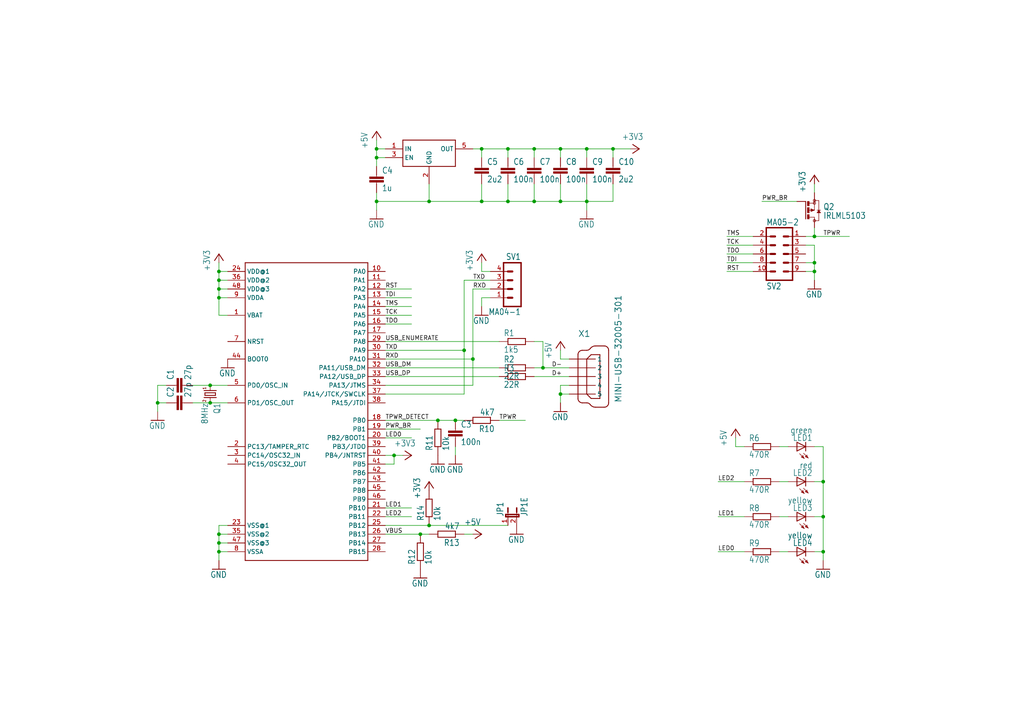
<source format=kicad_sch>
(kicad_sch (version 20211123) (generator eeschema)
  (paper "A4")
  (lib_symbols
    (symbol "bmp_entropia-eagle-import:+3V3" (power)
      (property "Value" "+3V3" (at -2.54 -5.08 90))
      (symbol "+3V3_1_0"
        (polyline (pts (xy 0 0) (xy -1.27 -1.905)) (stroke (width 0.254)))
        (polyline (pts (xy 1.27 -1.905) (xy 0 0)) (stroke (width 0.254)))
        (pin power_in line (at 0 -2.54 90) (length 2.54) (name "+3V3") (number "1"))
      )
    )
    (symbol "bmp_entropia-eagle-import:+5V" (power)
      (property "Value" "+5V" (at -2.54 -5.08 90))
      (symbol "+5V_1_0"
        (polyline (pts (xy 0 0) (xy -1.27 -1.905)) (stroke (width 0.254)))
        (polyline (pts (xy 1.27 -1.905) (xy 0 0)) (stroke (width 0.254)))
        (pin power_in line (at 0 -2.54 90) (length 2.54) (name "+5V") (number "1"))
      )
    )
    (symbol "bmp_entropia-eagle-import:BSS84"
      (property "Reference" "Q" (at 2.54 0 0))
      (property "Value" "BSS84" (at 2.54 -2.54 0))
      (symbol "BSS84_1_0"
        (rectangle (start -2.032 -2.54) (end -1.524 -1.27) (fill (type outline)))
        (rectangle (start -2.032 -0.762) (end -1.524 0.762) (fill (type outline)))
        (rectangle (start -2.032 1.27) (end -1.524 2.54) (fill (type outline)))
        (circle (center 0 -3.048) (radius 0.3592))
        (polyline (pts (xy -2.54 2.54) (xy -2.54 -2.54)) (stroke (width 0.254)))
        (polyline (pts (xy -1.524 -2.032) (xy 0 -2.032)) (stroke (width 0.1524)))
        (polyline (pts (xy -1.524 0) (xy -0.508 0)) (stroke (width 0.1524)))
        (polyline (pts (xy -1.524 2.032) (xy 0 2.032)) (stroke (width 0.1524)))
        (polyline (pts (xy -1.016 -0.381) (xy 0 0)) (stroke (width 0.1524)))
        (polyline (pts (xy -1.016 0.381) (xy -1.016 -0.381)) (stroke (width 0.1524)))
        (polyline (pts (xy -0.889 -0.127) (xy -0.889 0.127)) (stroke (width 0.254)))
        (polyline (pts (xy -0.889 0.127) (xy -0.508 0)) (stroke (width 0.254)))
        (polyline (pts (xy -0.508 0) (xy -0.381 0)) (stroke (width 0.1524)))
        (polyline (pts (xy -0.381 0) (xy -0.889 -0.127)) (stroke (width 0.254)))
        (polyline (pts (xy -0.381 0) (xy 0 0)) (stroke (width 0.1524)))
        (polyline (pts (xy 0 -3.048) (xy 1.27 -3.048)) (stroke (width 0.1524)))
        (polyline (pts (xy 0 -2.032) (xy 0 -2.54)) (stroke (width 0.1524)))
        (polyline (pts (xy 0 0) (xy -1.016 0.381)) (stroke (width 0.1524)))
        (polyline (pts (xy 0 0) (xy 0 2.032)) (stroke (width 0.1524)))
        (polyline (pts (xy 0 2.032) (xy 0 2.794)) (stroke (width 0.1524)))
        (polyline (pts (xy 0.762 -0.762) (xy 1.778 -0.762)) (stroke (width 0.1524)))
        (polyline (pts (xy 0.762 0) (xy 1.778 0)) (stroke (width 0.1524)))
        (polyline (pts (xy 1.016 -0.635) (xy 1.524 -0.635)) (stroke (width 0.254)))
        (polyline (pts (xy 1.27 -3.048) (xy 1.27 -0.254)) (stroke (width 0.1524)))
        (polyline (pts (xy 1.27 -0.254) (xy 1.016 -0.635)) (stroke (width 0.254)))
        (polyline (pts (xy 1.27 -0.254) (xy 1.27 0)) (stroke (width 0.1524)))
        (polyline (pts (xy 1.27 0) (xy 0.762 -0.762)) (stroke (width 0.1524)))
        (polyline (pts (xy 1.27 0) (xy 1.27 2.794)) (stroke (width 0.1524)))
        (polyline (pts (xy 1.27 2.794) (xy 0 2.794)) (stroke (width 0.1524)))
        (polyline (pts (xy 1.524 -0.635) (xy 1.27 -0.254)) (stroke (width 0.254)))
        (polyline (pts (xy 1.778 -0.762) (xy 1.27 0)) (stroke (width 0.1524)))
        (circle (center 0 2.032) (radius 0.3592))
        (circle (center 0 2.794) (radius 0.3592))
        (pin passive line (at -5.08 2.54 0) (length 2.54) (name "G") (number "1"))
        (pin passive line (at 0 5.08 270) (length 2.54) (name "S") (number "2"))
        (pin passive line (at 0 -5.08 90) (length 2.54) (name "D") (number "3"))
      )
    )
    (symbol "bmp_entropia-eagle-import:C-EUC0603"
      (property "Reference" "C" (at 1.524 0.381 0))
      (property "Value" "C-EUC0603" (at 1.524 -4.699 0))
      (symbol "C-EUC0603_1_0"
        (rectangle (start -2.032 -2.032) (end 2.032 -1.524) (fill (type outline)))
        (rectangle (start -2.032 -1.016) (end 2.032 -0.508) (fill (type outline)))
        (polyline (pts (xy 0 -2.54) (xy 0 -2.032)) (stroke (width 0.1524)))
        (polyline (pts (xy 0 0) (xy 0 -0.508)) (stroke (width 0.1524)))
        (pin passive line (at 0 2.54 270) (length 2.54) (name "1") (number "1"))
        (pin passive line (at 0 -5.08 90) (length 2.54) (name "2") (number "2"))
      )
    )
    (symbol "bmp_entropia-eagle-import:CRYSTALHC49S"
      (property "Reference" "Q" (at 2.54 1.016 0))
      (property "Value" "CRYSTALHC49S" (at 2.54 -2.54 0))
      (symbol "CRYSTALHC49S_1_0"
        (polyline (pts (xy -2.54 0) (xy -1.016 0)) (stroke (width 0.1524)))
        (polyline (pts (xy -1.016 1.778) (xy -1.016 -1.778)) (stroke (width 0.254)))
        (polyline (pts (xy -0.381 -1.524) (xy 0.381 -1.524)) (stroke (width 0.254)))
        (polyline (pts (xy -0.381 1.524) (xy -0.381 -1.524)) (stroke (width 0.254)))
        (polyline (pts (xy 0.381 -1.524) (xy 0.381 1.524)) (stroke (width 0.254)))
        (polyline (pts (xy 0.381 1.524) (xy -0.381 1.524)) (stroke (width 0.254)))
        (polyline (pts (xy 1.016 0) (xy 2.54 0)) (stroke (width 0.1524)))
        (polyline (pts (xy 1.016 1.778) (xy 1.016 -1.778)) (stroke (width 0.254)))
        (text "1" (at -2.159 -1.143 0) (effects (font (size 0.8636 0.734)) (justify left bottom)))
        (text "2" (at 1.524 -1.143 0) (effects (font (size 0.8636 0.734)) (justify left bottom)))
        (pin passive line (at -2.54 0 0) (length 0) (name "1") (number "1"))
        (pin passive line (at 2.54 0 180) (length 0) (name "2") (number "2"))
      )
    )
    (symbol "bmp_entropia-eagle-import:GND" (power)
      (property "Value" "GND" (at -2.54 -2.54 0))
      (symbol "GND_1_0"
        (polyline (pts (xy -1.905 0) (xy 1.905 0)) (stroke (width 0.254)))
        (pin power_in line (at 0 2.54 270) (length 2.54) (name "GND") (number "1"))
      )
    )
    (symbol "bmp_entropia-eagle-import:JP1E"
      (property "Reference" "JP" (at -1.27 0 90))
      (property "Value" "JP1E" (at 5.715 0 90))
      (symbol "JP1E_1_0"
        (polyline (pts (xy -0.635 0) (xy 3.175 0)) (stroke (width 0.4064)))
        (polyline (pts (xy -0.635 0.635) (xy -0.635 0)) (stroke (width 0.4064)))
        (polyline (pts (xy 0 0) (xy 0 1.27)) (stroke (width 0.1524)))
        (polyline (pts (xy 0 2.54) (xy 0 1.27)) (stroke (width 0.4064)))
        (polyline (pts (xy 2.54 0) (xy 2.54 1.27)) (stroke (width 0.1524)))
        (polyline (pts (xy 2.54 2.54) (xy 2.54 1.27)) (stroke (width 0.4064)))
        (polyline (pts (xy 3.175 0) (xy 3.175 0.635)) (stroke (width 0.4064)))
        (polyline (pts (xy 3.175 0.635) (xy -0.635 0.635)) (stroke (width 0.4064)))
        (pin passive line (at 0 -2.54 90) (length 2.54) (name "1") (number "1"))
        (pin passive line (at 2.54 -2.54 90) (length 2.54) (name "2") (number "2"))
      )
    )
    (symbol "bmp_entropia-eagle-import:LEDCHIPLED_0603"
      (property "Reference" "LED" (at 3.556 -4.572 90))
      (property "Value" "LEDCHIPLED_0603" (at 5.715 -4.572 90))
      (symbol "LEDCHIPLED_0603_1_0"
        (polyline (pts (xy -2.032 -0.762) (xy -3.429 -2.159)) (stroke (width 0.1524)))
        (polyline (pts (xy -1.905 -1.905) (xy -3.302 -3.302)) (stroke (width 0.1524)))
        (polyline (pts (xy 0 -2.54) (xy -1.27 -2.54)) (stroke (width 0.254)))
        (polyline (pts (xy 0 -2.54) (xy -1.27 0)) (stroke (width 0.254)))
        (polyline (pts (xy 0 0) (xy -1.27 0)) (stroke (width 0.254)))
        (polyline (pts (xy 0 0) (xy 0 -2.54)) (stroke (width 0.1524)))
        (polyline (pts (xy 1.27 -2.54) (xy 0 -2.54)) (stroke (width 0.254)))
        (polyline (pts (xy 1.27 0) (xy 0 -2.54)) (stroke (width 0.254)))
        (polyline (pts (xy 1.27 0) (xy 0 0)) (stroke (width 0.254)))
        (polyline (pts (xy -3.429 -2.159) (xy -3.048 -1.27) (xy -2.54 -1.778)) (fill (type outline)))
        (polyline (pts (xy -3.302 -3.302) (xy -2.921 -2.413) (xy -2.413 -2.921)) (fill (type outline)))
        (pin passive line (at 0 2.54 270) (length 2.54) (name "A") (number "A"))
        (pin passive line (at 0 -5.08 90) (length 2.54) (name "C") (number "C"))
      )
    )
    (symbol "bmp_entropia-eagle-import:MA04-1"
      (property "Reference" "SV" (at -1.27 5.842 0))
      (property "Value" "MA04-1" (at -1.27 -10.16 0))
      (symbol "MA04-1_1_0"
        (polyline (pts (xy -1.27 5.08) (xy -1.27 -7.62)) (stroke (width 0.4064)))
        (polyline (pts (xy -1.27 5.08) (xy 3.81 5.08)) (stroke (width 0.4064)))
        (polyline (pts (xy 1.27 -5.08) (xy 2.54 -5.08)) (stroke (width 0.6096)))
        (polyline (pts (xy 1.27 -2.54) (xy 2.54 -2.54)) (stroke (width 0.6096)))
        (polyline (pts (xy 1.27 0) (xy 2.54 0)) (stroke (width 0.6096)))
        (polyline (pts (xy 1.27 2.54) (xy 2.54 2.54)) (stroke (width 0.6096)))
        (polyline (pts (xy 3.81 -7.62) (xy -1.27 -7.62)) (stroke (width 0.4064)))
        (polyline (pts (xy 3.81 -7.62) (xy 3.81 5.08)) (stroke (width 0.4064)))
        (pin passive line (at 7.62 -5.08 180) (length 5.08) (name "1") (number "1"))
        (pin passive line (at 7.62 -2.54 180) (length 5.08) (name "2") (number "2"))
        (pin passive line (at 7.62 0 180) (length 5.08) (name "3") (number "3"))
        (pin passive line (at 7.62 2.54 180) (length 5.08) (name "4") (number "4"))
      )
    )
    (symbol "bmp_entropia-eagle-import:MA05-2"
      (property "Reference" "SV" (at -3.81 8.382 0))
      (property "Value" "MA05-2" (at -3.81 -10.16 0))
      (symbol "MA05-2_1_0"
        (polyline (pts (xy -3.81 7.62) (xy -3.81 -7.62)) (stroke (width 0.4064)))
        (polyline (pts (xy -3.81 7.62) (xy 3.81 7.62)) (stroke (width 0.4064)))
        (polyline (pts (xy -2.54 -5.08) (xy -1.27 -5.08)) (stroke (width 0.6096)))
        (polyline (pts (xy -2.54 -2.54) (xy -1.27 -2.54)) (stroke (width 0.6096)))
        (polyline (pts (xy -2.54 0) (xy -1.27 0)) (stroke (width 0.6096)))
        (polyline (pts (xy -2.54 2.54) (xy -1.27 2.54)) (stroke (width 0.6096)))
        (polyline (pts (xy -2.54 5.08) (xy -1.27 5.08)) (stroke (width 0.6096)))
        (polyline (pts (xy 1.27 -5.08) (xy 2.54 -5.08)) (stroke (width 0.6096)))
        (polyline (pts (xy 1.27 -2.54) (xy 2.54 -2.54)) (stroke (width 0.6096)))
        (polyline (pts (xy 1.27 0) (xy 2.54 0)) (stroke (width 0.6096)))
        (polyline (pts (xy 1.27 2.54) (xy 2.54 2.54)) (stroke (width 0.6096)))
        (polyline (pts (xy 1.27 5.08) (xy 2.54 5.08)) (stroke (width 0.6096)))
        (polyline (pts (xy 3.81 -7.62) (xy -3.81 -7.62)) (stroke (width 0.4064)))
        (polyline (pts (xy 3.81 -7.62) (xy 3.81 7.62)) (stroke (width 0.4064)))
        (pin passive line (at 7.62 -5.08 180) (length 5.08) (name "1") (number "1"))
        (pin passive line (at -7.62 5.08 0) (length 5.08) (name "10") (number "10"))
        (pin passive line (at -7.62 -5.08 0) (length 5.08) (name "2") (number "2"))
        (pin passive line (at 7.62 -2.54 180) (length 5.08) (name "3") (number "3"))
        (pin passive line (at -7.62 -2.54 0) (length 5.08) (name "4") (number "4"))
        (pin passive line (at 7.62 0 180) (length 5.08) (name "5") (number "5"))
        (pin passive line (at -7.62 0 0) (length 5.08) (name "6") (number "6"))
        (pin passive line (at 7.62 2.54 180) (length 5.08) (name "7") (number "7"))
        (pin passive line (at -7.62 2.54 0) (length 5.08) (name "8") (number "8"))
        (pin passive line (at 7.62 5.08 180) (length 5.08) (name "9") (number "9"))
      )
    )
    (symbol "bmp_entropia-eagle-import:MINI-USB-32005-301"
      (property "Reference" "X" (at -2.54 11.43 0))
      (property "Value" "MINI-USB-32005-301" (at 10.16 -7.62 90))
      (symbol "MINI-USB-32005-301_1_0"
        (arc (start -2.54 -6.35) (mid -2.168 -7.248) (end -1.27 -7.62) (stroke (width 0.254)))
        (arc (start -1.27 7.62) (mid -2.168 7.248) (end -2.54 6.35) (stroke (width 0.254)))
        (polyline (pts (xy -2.54 6.35) (xy -2.54 -6.35)) (stroke (width 0.254)))
        (polyline (pts (xy -1.27 -7.62) (xy 0 -7.62)) (stroke (width 0.254)))
        (polyline (pts (xy -1.27 7.62) (xy 0 7.62)) (stroke (width 0.254)))
        (polyline (pts (xy 0 -5.08) (xy 1.27 -6.35)) (stroke (width 0.254)))
        (polyline (pts (xy 0 5.08) (xy 0 -5.08)) (stroke (width 0.254)))
        (polyline (pts (xy 1.27 -6.35) (xy 3.81 -6.35)) (stroke (width 0.254)))
        (polyline (pts (xy 1.27 6.35) (xy 0 5.08)) (stroke (width 0.254)))
        (polyline (pts (xy 2.54 -8.89) (xy 5.08 -8.89)) (stroke (width 0.254)))
        (polyline (pts (xy 2.54 8.89) (xy 5.08 8.89)) (stroke (width 0.254)))
        (polyline (pts (xy 3.81 -6.35) (xy 3.81 6.35)) (stroke (width 0.254)))
        (polyline (pts (xy 3.81 6.35) (xy 1.27 6.35)) (stroke (width 0.254)))
        (polyline (pts (xy 6.35 -7.62) (xy 6.35 7.62)) (stroke (width 0.254)))
        (arc (start 0 7.62) (mid 0.568 7.7541) (end 1.016 8.128) (stroke (width 0.254)))
        (arc (start 1.016 -8.128) (mid 0.568 -7.7541) (end 0 -7.62) (stroke (width 0.254)))
        (arc (start 1.016 -8.128) (mid 1.6881 -8.6889) (end 2.54 -8.89) (stroke (width 0.254)))
        (arc (start 2.54 8.89) (mid 1.6881 8.6889) (end 1.016 8.128) (stroke (width 0.254)))
        (arc (start 5.08 -8.89) (mid 5.978 -8.518) (end 6.35 -7.62) (stroke (width 0.254)))
        (arc (start 6.35 7.62) (mid 5.978 8.518) (end 5.08 8.89) (stroke (width 0.254)))
        (pin passive line (at -5.08 5.08 0) (length 7.62) (name "1") (number "1"))
        (pin passive line (at -5.08 2.54 0) (length 7.62) (name "2") (number "2"))
        (pin passive line (at -5.08 0 0) (length 7.62) (name "3") (number "3"))
        (pin passive line (at -5.08 -2.54 0) (length 7.62) (name "4") (number "4"))
        (pin passive line (at -5.08 -5.08 0) (length 7.62) (name "5") (number "5"))
      )
    )
    (symbol "bmp_entropia-eagle-import:R-EU_R0603"
      (property "Reference" "R" (at -3.81 1.4986 0))
      (property "Value" "R-EU_R0603" (at -3.81 -3.302 0))
      (symbol "R-EU_R0603_1_0"
        (polyline (pts (xy -2.54 -0.889) (xy -2.54 0.889)) (stroke (width 0.254)))
        (polyline (pts (xy -2.54 -0.889) (xy 2.54 -0.889)) (stroke (width 0.254)))
        (polyline (pts (xy 2.54 -0.889) (xy 2.54 0.889)) (stroke (width 0.254)))
        (polyline (pts (xy 2.54 0.889) (xy -2.54 0.889)) (stroke (width 0.254)))
        (pin passive line (at -5.08 0 0) (length 2.54) (name "1") (number "1"))
        (pin passive line (at 5.08 0 180) (length 2.54) (name "2") (number "2"))
      )
    )
    (symbol "bmp_entropia-eagle-import:STM32F_48PIN"
      (symbol "STM32F_48PIN_1_0"
        (polyline (pts (xy 0 0) (xy 35.56 0)) (stroke (width 0.254)))
        (polyline (pts (xy 0 86.36) (xy 0 0)) (stroke (width 0.254)))
        (polyline (pts (xy 35.56 0) (xy 35.56 86.36)) (stroke (width 0.254)))
        (polyline (pts (xy 35.56 86.36) (xy 0 86.36)) (stroke (width 0.254)))
        (pin bidirectional line (at -5.08 71.12 0) (length 5.08) (name "VBAT") (number "1"))
        (pin bidirectional line (at 40.64 83.82 180) (length 5.08) (name "PA0") (number "10"))
        (pin bidirectional line (at 40.64 81.28 180) (length 5.08) (name "PA1") (number "11"))
        (pin bidirectional line (at 40.64 78.74 180) (length 5.08) (name "PA2") (number "12"))
        (pin bidirectional line (at 40.64 76.2 180) (length 5.08) (name "PA3") (number "13"))
        (pin bidirectional line (at 40.64 73.66 180) (length 5.08) (name "PA4") (number "14"))
        (pin bidirectional line (at 40.64 71.12 180) (length 5.08) (name "PA5") (number "15"))
        (pin bidirectional line (at 40.64 68.58 180) (length 5.08) (name "PA6") (number "16"))
        (pin bidirectional line (at 40.64 66.04 180) (length 5.08) (name "PA7") (number "17"))
        (pin bidirectional line (at 40.64 40.64 180) (length 5.08) (name "PB0") (number "18"))
        (pin bidirectional line (at 40.64 38.1 180) (length 5.08) (name "PB1") (number "19"))
        (pin bidirectional line (at -5.08 33.02 0) (length 5.08) (name "PC13/TAMPER_RTC") (number "2"))
        (pin bidirectional line (at 40.64 35.56 180) (length 5.08) (name "PB2/BOOT1") (number "20"))
        (pin bidirectional line (at 40.64 15.24 180) (length 5.08) (name "PB10") (number "21"))
        (pin bidirectional line (at 40.64 12.7 180) (length 5.08) (name "PB11") (number "22"))
        (pin bidirectional line (at -5.08 10.16 0) (length 5.08) (name "VSS@1") (number "23"))
        (pin bidirectional line (at -5.08 83.82 0) (length 5.08) (name "VDD@1") (number "24"))
        (pin bidirectional line (at 40.64 10.16 180) (length 5.08) (name "PB12") (number "25"))
        (pin bidirectional line (at 40.64 7.62 180) (length 5.08) (name "PB13") (number "26"))
        (pin bidirectional line (at 40.64 5.08 180) (length 5.08) (name "PB14") (number "27"))
        (pin bidirectional line (at 40.64 2.54 180) (length 5.08) (name "PB15") (number "28"))
        (pin bidirectional line (at 40.64 63.5 180) (length 5.08) (name "PA8") (number "29"))
        (pin bidirectional line (at -5.08 30.48 0) (length 5.08) (name "PC14/OSC32_IN") (number "3"))
        (pin bidirectional line (at 40.64 60.96 180) (length 5.08) (name "PA9") (number "30"))
        (pin bidirectional line (at 40.64 58.42 180) (length 5.08) (name "PA10") (number "31"))
        (pin bidirectional line (at 40.64 55.88 180) (length 5.08) (name "PA11/USB_DM") (number "32"))
        (pin bidirectional line (at 40.64 53.34 180) (length 5.08) (name "PA12/USB_DP") (number "33"))
        (pin bidirectional line (at 40.64 50.8 180) (length 5.08) (name "PA13/JTMS") (number "34"))
        (pin bidirectional line (at -5.08 7.62 0) (length 5.08) (name "VSS@2") (number "35"))
        (pin bidirectional line (at -5.08 81.28 0) (length 5.08) (name "VDD@2") (number "36"))
        (pin bidirectional line (at 40.64 48.26 180) (length 5.08) (name "PA14/JTCK/SWCLK") (number "37"))
        (pin bidirectional line (at 40.64 45.72 180) (length 5.08) (name "PA15/JTDI") (number "38"))
        (pin bidirectional line (at 40.64 33.02 180) (length 5.08) (name "PB3/JTDO") (number "39"))
        (pin bidirectional line (at -5.08 27.94 0) (length 5.08) (name "PC15/OSC32_OUT") (number "4"))
        (pin bidirectional line (at 40.64 30.48 180) (length 5.08) (name "PB4/JNTRST") (number "40"))
        (pin bidirectional line (at 40.64 27.94 180) (length 5.08) (name "PB5") (number "41"))
        (pin bidirectional line (at 40.64 25.4 180) (length 5.08) (name "PB6") (number "42"))
        (pin bidirectional line (at 40.64 22.86 180) (length 5.08) (name "PB7") (number "43"))
        (pin bidirectional line (at -5.08 58.42 0) (length 5.08) (name "BOOT0") (number "44"))
        (pin bidirectional line (at 40.64 20.32 180) (length 5.08) (name "PB8") (number "45"))
        (pin bidirectional line (at 40.64 17.78 180) (length 5.08) (name "PB9") (number "46"))
        (pin bidirectional line (at -5.08 5.08 0) (length 5.08) (name "VSS@3") (number "47"))
        (pin bidirectional line (at -5.08 78.74 0) (length 5.08) (name "VDD@3") (number "48"))
        (pin bidirectional line (at -5.08 50.8 0) (length 5.08) (name "PD0/OSC_IN") (number "5"))
        (pin bidirectional line (at -5.08 45.72 0) (length 5.08) (name "PD1/OSC_OUT") (number "6"))
        (pin bidirectional line (at -5.08 63.5 0) (length 5.08) (name "NRST") (number "7"))
        (pin bidirectional line (at -5.08 2.54 0) (length 5.08) (name "VSSA") (number "8"))
        (pin bidirectional line (at -5.08 76.2 0) (length 5.08) (name "VDDA") (number "9"))
      )
    )
    (symbol "bmp_entropia-eagle-import:TLV700DCK"
      (symbol "TLV700DCK_1_0"
        (polyline (pts (xy 0 0) (xy 0 7.62)) (stroke (width 0.254)))
        (polyline (pts (xy 0 7.62) (xy 15.24 7.62)) (stroke (width 0.254)))
        (polyline (pts (xy 15.24 0) (xy 0 0)) (stroke (width 0.254)))
        (polyline (pts (xy 15.24 7.62) (xy 15.24 0)) (stroke (width 0.254)))
        (pin bidirectional line (at -5.08 5.08 0) (length 5.08) (name "IN") (number "1"))
        (pin bidirectional line (at 7.62 -5.08 90) (length 5.08) (name "GND") (number "2"))
        (pin bidirectional line (at -5.08 2.54 0) (length 5.08) (name "EN") (number "3"))
        (pin bidirectional line (at 20.32 5.08 180) (length 5.08) (name "OUT") (number "5"))
      )
    )
  )
  (junction (at 238.76 160.02))
  (junction (at 139.7 43.18))
  (junction (at 63.5 157.48))
  (junction (at 170.18 58.42))
  (junction (at 238.76 139.7))
  (junction (at 162.56 43.18))
  (junction (at 134.62 101.6))
  (junction (at 127 121.92))
  (junction (at 162.56 114.3))
  (junction (at 137.16 104.14))
  (junction (at 139.7 58.42))
  (junction (at 162.56 58.42))
  (junction (at 45.72 116.84))
  (junction (at 132.08 121.92))
  (junction (at 109.22 58.42))
  (junction (at 124.46 152.4))
  (junction (at 154.94 58.42))
  (junction (at 177.8 43.18))
  (junction (at 63.5 83.82))
  (junction (at 114.3 132.08))
  (junction (at 121.92 154.94))
  (junction (at 63.5 81.28))
  (junction (at 236.22 78.74))
  (junction (at 236.22 68.58))
  (junction (at 124.46 58.42))
  (junction (at 170.18 43.18))
  (junction (at 63.5 160.02))
  (junction (at 157.48 106.68))
  (junction (at 63.5 154.94))
  (junction (at 109.22 45.72))
  (junction (at 60.96 111.76))
  (junction (at 147.32 43.18))
  (junction (at 236.22 76.2))
  (junction (at 154.94 43.18))
  (junction (at 147.32 58.42))
  (junction (at 63.5 86.36))
  (junction (at 60.96 116.84))
  (junction (at 109.22 43.18))
  (junction (at 238.76 149.86))
  (junction (at 63.5 78.74))
  (wire (pts (xy 226.06 139.7) (xy 228.6 139.7)))
  (wire (pts (xy 236.22 129.54) (xy 238.76 129.54)))
  (wire (pts (xy 236.22 160.02) (xy 238.76 160.02)))
  (wire (pts (xy 127 121.92) (xy 132.08 121.92)))
  (wire (pts (xy 111.76 109.22) (xy 144.78 109.22)))
  (wire (pts (xy 147.32 45.72) (xy 147.32 43.18)))
  (wire (pts (xy 109.22 40.64) (xy 109.22 43.18)))
  (wire (pts (xy 45.72 111.76) (xy 45.72 116.84)))
  (wire (pts (xy 114.3 132.08) (xy 116.84 132.08)))
  (wire (pts (xy 142.24 81.28) (xy 134.62 81.28)))
  (wire (pts (xy 213.36 129.54) (xy 213.36 127)))
  (wire (pts (xy 218.44 68.58) (xy 210.82 68.58)))
  (wire (pts (xy 111.76 83.82) (xy 119.38 83.82)))
  (wire (pts (xy 139.7 53.34) (xy 139.7 58.42)))
  (wire (pts (xy 142.24 86.36) (xy 139.7 86.36)))
  (wire (pts (xy 134.62 101.6) (xy 134.62 81.28)))
  (wire (pts (xy 238.76 160.02) (xy 238.76 162.56)))
  (wire (pts (xy 66.04 157.48) (xy 63.5 157.48)))
  (wire (pts (xy 177.8 43.18) (xy 182.88 43.18)))
  (wire (pts (xy 215.9 139.7) (xy 208.28 139.7)))
  (wire (pts (xy 109.22 45.72) (xy 111.76 45.72)))
  (wire (pts (xy 111.76 93.98) (xy 119.38 93.98)))
  (wire (pts (xy 111.76 104.14) (xy 137.16 104.14)))
  (wire (pts (xy 157.48 106.68) (xy 154.94 106.68)))
  (wire (pts (xy 162.56 111.76) (xy 162.56 114.3)))
  (wire (pts (xy 233.68 68.58) (xy 236.22 68.58)))
  (wire (pts (xy 236.22 53.34) (xy 236.22 55.88)))
  (wire (pts (xy 66.04 78.74) (xy 63.5 78.74)))
  (wire (pts (xy 154.94 99.06) (xy 157.48 99.06)))
  (wire (pts (xy 170.18 60.96) (xy 170.18 58.42)))
  (wire (pts (xy 63.5 83.82) (xy 63.5 81.28)))
  (wire (pts (xy 121.92 154.94) (xy 124.46 154.94)))
  (wire (pts (xy 236.22 68.58) (xy 236.22 66.04)))
  (wire (pts (xy 238.76 139.7) (xy 238.76 149.86)))
  (wire (pts (xy 226.06 149.86) (xy 228.6 149.86)))
  (wire (pts (xy 238.76 149.86) (xy 238.76 160.02)))
  (wire (pts (xy 236.22 78.74) (xy 236.22 76.2)))
  (wire (pts (xy 109.22 60.96) (xy 109.22 58.42)))
  (wire (pts (xy 144.78 121.92) (xy 152.4 121.92)))
  (wire (pts (xy 137.16 104.14) (xy 137.16 111.76)))
  (wire (pts (xy 154.94 58.42) (xy 154.94 53.34)))
  (wire (pts (xy 154.94 109.22) (xy 165.1 109.22)))
  (wire (pts (xy 66.04 86.36) (xy 63.5 86.36)))
  (wire (pts (xy 109.22 43.18) (xy 109.22 45.72)))
  (wire (pts (xy 157.48 106.68) (xy 165.1 106.68)))
  (wire (pts (xy 109.22 58.42) (xy 109.22 55.88)))
  (wire (pts (xy 177.8 58.42) (xy 177.8 53.34)))
  (wire (pts (xy 144.78 99.06) (xy 111.76 99.06)))
  (wire (pts (xy 60.96 116.84) (xy 66.04 116.84)))
  (wire (pts (xy 111.76 106.68) (xy 144.78 106.68)))
  (wire (pts (xy 63.5 152.4) (xy 63.5 154.94)))
  (wire (pts (xy 165.1 114.3) (xy 162.56 114.3)))
  (wire (pts (xy 157.48 99.06) (xy 157.48 106.68)))
  (wire (pts (xy 63.5 160.02) (xy 63.5 162.56)))
  (wire (pts (xy 165.1 104.14) (xy 162.56 104.14)))
  (wire (pts (xy 111.76 101.6) (xy 134.62 101.6)))
  (wire (pts (xy 66.04 154.94) (xy 63.5 154.94)))
  (wire (pts (xy 226.06 129.54) (xy 228.6 129.54)))
  (wire (pts (xy 111.76 149.86) (xy 119.38 149.86)))
  (wire (pts (xy 66.04 83.82) (xy 63.5 83.82)))
  (wire (pts (xy 139.7 78.74) (xy 139.7 76.2)))
  (wire (pts (xy 142.24 78.74) (xy 139.7 78.74)))
  (wire (pts (xy 147.32 58.42) (xy 147.32 53.34)))
  (wire (pts (xy 162.56 45.72) (xy 162.56 43.18)))
  (wire (pts (xy 111.76 114.3) (xy 134.62 114.3)))
  (wire (pts (xy 66.04 81.28) (xy 63.5 81.28)))
  (wire (pts (xy 63.5 78.74) (xy 63.5 76.2)))
  (wire (pts (xy 60.96 116.84) (xy 55.88 116.84)))
  (wire (pts (xy 154.94 43.18) (xy 162.56 43.18)))
  (wire (pts (xy 137.16 43.18) (xy 139.7 43.18)))
  (wire (pts (xy 218.44 76.2) (xy 210.82 76.2)))
  (wire (pts (xy 177.8 45.72) (xy 177.8 43.18)))
  (wire (pts (xy 45.72 116.84) (xy 45.72 119.38)))
  (wire (pts (xy 134.62 101.6) (xy 134.62 114.3)))
  (wire (pts (xy 63.5 154.94) (xy 63.5 157.48)))
  (wire (pts (xy 63.5 157.48) (xy 63.5 160.02)))
  (wire (pts (xy 132.08 132.08) (xy 132.08 129.54)))
  (wire (pts (xy 48.26 116.84) (xy 45.72 116.84)))
  (wire (pts (xy 109.22 45.72) (xy 109.22 48.26)))
  (wire (pts (xy 139.7 45.72) (xy 139.7 43.18)))
  (wire (pts (xy 218.44 71.12) (xy 210.82 71.12)))
  (wire (pts (xy 124.46 152.4) (xy 147.32 152.4)))
  (wire (pts (xy 162.56 58.42) (xy 162.56 53.34)))
  (wire (pts (xy 114.3 132.08) (xy 114.3 134.62)))
  (wire (pts (xy 236.22 76.2) (xy 233.68 76.2)))
  (wire (pts (xy 111.76 154.94) (xy 121.92 154.94)))
  (wire (pts (xy 162.56 104.14) (xy 162.56 101.6)))
  (wire (pts (xy 111.76 124.46) (xy 121.92 124.46)))
  (wire (pts (xy 218.44 73.66) (xy 210.82 73.66)))
  (wire (pts (xy 114.3 134.62) (xy 111.76 134.62)))
  (wire (pts (xy 139.7 43.18) (xy 147.32 43.18)))
  (wire (pts (xy 238.76 129.54) (xy 238.76 139.7)))
  (wire (pts (xy 170.18 58.42) (xy 177.8 58.42)))
  (wire (pts (xy 147.32 58.42) (xy 154.94 58.42)))
  (wire (pts (xy 154.94 58.42) (xy 162.56 58.42)))
  (wire (pts (xy 236.22 81.28) (xy 236.22 78.74)))
  (wire (pts (xy 137.16 83.82) (xy 142.24 83.82)))
  (wire (pts (xy 111.76 111.76) (xy 137.16 111.76)))
  (wire (pts (xy 218.44 78.74) (xy 210.82 78.74)))
  (wire (pts (xy 132.08 121.92) (xy 134.62 121.92)))
  (wire (pts (xy 170.18 45.72) (xy 170.18 43.18)))
  (wire (pts (xy 139.7 86.36) (xy 139.7 88.9)))
  (wire (pts (xy 139.7 58.42) (xy 147.32 58.42)))
  (wire (pts (xy 147.32 43.18) (xy 154.94 43.18)))
  (wire (pts (xy 236.22 149.86) (xy 238.76 149.86)))
  (wire (pts (xy 48.26 111.76) (xy 45.72 111.76)))
  (wire (pts (xy 124.46 53.34) (xy 124.46 58.42)))
  (wire (pts (xy 215.9 129.54) (xy 213.36 129.54)))
  (wire (pts (xy 111.76 43.18) (xy 109.22 43.18)))
  (wire (pts (xy 60.96 111.76) (xy 66.04 111.76)))
  (wire (pts (xy 111.76 147.32) (xy 119.38 147.32)))
  (wire (pts (xy 170.18 43.18) (xy 177.8 43.18)))
  (wire (pts (xy 154.94 45.72) (xy 154.94 43.18)))
  (wire (pts (xy 111.76 121.92) (xy 127 121.92)))
  (wire (pts (xy 215.9 149.86) (xy 208.28 149.86)))
  (wire (pts (xy 111.76 152.4) (xy 124.46 152.4)))
  (wire (pts (xy 63.5 81.28) (xy 63.5 78.74)))
  (wire (pts (xy 165.1 111.76) (xy 162.56 111.76)))
  (wire (pts (xy 236.22 71.12) (xy 236.22 76.2)))
  (wire (pts (xy 162.56 58.42) (xy 170.18 58.42)))
  (wire (pts (xy 233.68 71.12) (xy 236.22 71.12)))
  (wire (pts (xy 63.5 86.36) (xy 63.5 83.82)))
  (wire (pts (xy 170.18 58.42) (xy 170.18 53.34)))
  (wire (pts (xy 215.9 160.02) (xy 208.28 160.02)))
  (wire (pts (xy 162.56 43.18) (xy 170.18 43.18)))
  (wire (pts (xy 111.76 91.44) (xy 119.38 91.44)))
  (wire (pts (xy 233.68 78.74) (xy 236.22 78.74)))
  (wire (pts (xy 137.16 104.14) (xy 137.16 83.82)))
  (wire (pts (xy 226.06 160.02) (xy 228.6 160.02)))
  (wire (pts (xy 124.46 58.42) (xy 139.7 58.42)))
  (wire (pts (xy 111.76 132.08) (xy 114.3 132.08)))
  (wire (pts (xy 60.96 111.76) (xy 55.88 111.76)))
  (wire (pts (xy 124.46 58.42) (xy 109.22 58.42)))
  (wire (pts (xy 111.76 127) (xy 119.38 127)))
  (wire (pts (xy 66.04 152.4) (xy 63.5 152.4)))
  (wire (pts (xy 236.22 68.58) (xy 246.38 68.58)))
  (wire (pts (xy 236.22 139.7) (xy 238.76 139.7)))
  (wire (pts (xy 134.62 154.94) (xy 137.16 154.94)))
  (wire (pts (xy 63.5 91.44) (xy 63.5 86.36)))
  (wire (pts (xy 66.04 160.02) (xy 63.5 160.02)))
  (wire (pts (xy 111.76 86.36) (xy 119.38 86.36)))
  (wire (pts (xy 111.76 88.9) (xy 119.38 88.9)))
  (wire (pts (xy 162.56 114.3) (xy 162.56 116.84)))
  (wire (pts (xy 66.04 91.44) (xy 63.5 91.44)))
  (wire (pts (xy 231.14 58.42) (xy 220.98 58.42)))
  (label "LED0" (at 111.76 127 0) (effects (font (size 1.2446 1.2446))))
  (label "LED0" (at 208.28 160.02 0) (effects (font (size 1.2446 1.2446))))
  (label "USB_ENUMERATE" (at 111.76 99.06 0) (effects (font (size 1.2446 1.2446))))
  (label "PWR_BR" (at 220.98 58.42 0) (effects (font (size 1.2446 1.2446))))
  (label "D-" (at 160.02 106.68 0) (effects (font (size 1.2446 1.2446))))
  (label "LED1" (at 208.28 149.86 0) (effects (font (size 1.2446 1.2446))))
  (label "TDI" (at 111.76 86.36 0) (effects (font (size 1.2446 1.2446))))
  (label "LED2" (at 208.28 139.7 0) (effects (font (size 1.2446 1.2446))))
  (label "TPWR" (at 144.78 121.92 0) (effects (font (size 1.2446 1.2446))))
  (label "TPWR" (at 238.76 68.58 0) (effects (font (size 1.2446 1.2446))))
  (label "TMS" (at 210.82 68.58 0) (effects (font (size 1.2446 1.2446))))
  (label "VBUS" (at 111.76 154.94 0) (effects (font (size 1.2446 1.2446))))
  (label "RST" (at 210.82 78.74 0) (effects (font (size 1.2446 1.2446))))
  (label "RXD" (at 137.16 83.82 0) (effects (font (size 1.2446 1.2446))))
  (label "TXD" (at 111.76 101.6 0) (effects (font (size 1.2446 1.2446))))
  (label "RST" (at 111.76 83.82 0) (effects (font (size 1.2446 1.2446))))
  (label "PWR_BR" (at 111.76 124.46 0) (effects (font (size 1.2446 1.2446))))
  (label "RXD" (at 111.76 104.14 0) (effects (font (size 1.2446 1.2446))))
  (label "USB_DM" (at 111.76 106.68 0) (effects (font (size 1.2446 1.2446))))
  (label "USB_DP" (at 111.76 109.22 0) (effects (font (size 1.2446 1.2446))))
  (label "TDO" (at 210.82 73.66 0) (effects (font (size 1.2446 1.2446))))
  (label "TDO" (at 111.76 93.98 0) (effects (font (size 1.2446 1.2446))))
  (label "LED2" (at 111.76 149.86 0) (effects (font (size 1.2446 1.2446))))
  (label "TCK" (at 111.76 91.44 0) (effects (font (size 1.2446 1.2446))))
  (label "TDI" (at 210.82 76.2 0) (effects (font (size 1.2446 1.2446))))
  (label "TPWR_DETECT" (at 111.76 121.92 0) (effects (font (size 1.2446 1.2446))))
  (label "D+" (at 160.02 109.22 0) (effects (font (size 1.2446 1.2446))))
  (label "TCK" (at 210.82 71.12 0) (effects (font (size 1.2446 1.2446))))
  (label "TMS" (at 111.76 88.9 0) (effects (font (size 1.2446 1.2446))))
  (label "LED1" (at 111.76 147.32 0) (effects (font (size 1.2446 1.2446))))
  (label "TXD" (at 137.16 81.28 0) (effects (font (size 1.2446 1.2446))))
  (symbol (lib_id "bmp_entropia-eagle-import:GND") (at 238.76 165.1 0) (unit 1)
    (property "Reference" "#GND05" (effects hide))
    (property "Value" "GND" (at 236.22 167.64 0) (effects (font (size 1.778 1.5113)) (justify left bottom)))
    (property "Footprint" "bmp_entropia:" (effects hide))
  )
  (symbol (lib_id "bmp_entropia-eagle-import:LEDCHIPLED_0603") (at 231.14 149.86 90) (unit 1)
    (property "Reference" "LED3" (at 235.712 146.304 90) (effects (font (size 1.778 1.5113)) (justify left bottom)))
    (property "Value" "yellow" (at 235.712 144.145 90) (effects (font (size 1.778 1.5113)) (justify left bottom)))
    (property "LCSC Number Part" "C89811" (effects hide))
  )
  (symbol (lib_id "bmp_entropia-eagle-import:R-EU_R0603") (at 220.98 129.54 0) (unit 1)
    (property "Reference" "R6" (at 217.17 128.0414 0) (effects (font (size 1.778 1.5113)) (justify left bottom)))
    (property "Value" "470R" (at 217.17 132.842 0) (effects (font (size 1.778 1.5113)) (justify left bottom)))
    (property "LCSC Number Part" "C23179" (effects hide))
  )
  (symbol (lib_id "bmp_entropia-eagle-import:C-EUC0603") (at 50.8 111.76 90) (unit 1)
    (property "Reference" "C1" (at 50.419 110.236 0) (effects (font (size 1.778 1.5113)) (justify left bottom)))
    (property "Value" "27p" (at 55.499 110.236 0) (effects (font (size 1.778 1.5113)) (justify left bottom)))
    (property "LCSC Number Part" "C1656" (effects hide))
  )
  (symbol (lib_id "bmp_entropia-eagle-import:+3V3") (at 124.46 139.7 0) (unit 1)
    (property "Reference" "#+3V05" (effects hide))
    (property "Value" "+3V3" (at 121.92 144.78 90) (effects (font (size 1.778 1.5113)) (justify left bottom)))
    (property "Footprint" "bmp_entropia:" (effects hide))
  )
  (symbol (lib_id "bmp_entropia-eagle-import:GND") (at 139.7 91.44 0) (unit 1)
    (property "Reference" "#GND06" (effects hide))
    (property "Value" "GND" (at 137.16 93.98 0) (effects (font (size 1.778 1.5113)) (justify left bottom)))
    (property "Footprint" "bmp_entropia:" (effects hide))
  )
  (symbol (lib_id "bmp_entropia-eagle-import:GND") (at 63.5 165.1 0) (unit 1)
    (property "Reference" "#GND01" (effects hide))
    (property "Value" "GND" (at 60.96 167.64 0) (effects (font (size 1.778 1.5113)) (justify left bottom)))
    (property "Footprint" "bmp_entropia:" (effects hide))
  )
  (symbol (lib_id "bmp_entropia-eagle-import:+3V3") (at 185.42 43.18 270) (unit 1)
    (property "Reference" "#+3V010" (effects hide))
    (property "Value" "+3V3" (at 180.34 40.64 90) (effects (font (size 1.778 1.5113)) (justify left bottom)))
    (property "Footprint" "bmp_entropia:" (effects hide))
  )
  (symbol (lib_id "bmp_entropia-eagle-import:R-EU_R0603") (at 139.7 121.92 180) (unit 1)
    (property "Reference" "R10" (at 143.51 123.4186 0) (effects (font (size 1.778 1.5113)) (justify left bottom)))
    (property "Value" "4k7" (at 143.51 118.618 0) (effects (font (size 1.778 1.5113)) (justify left bottom)))
    (property "LCSC Number Part" "C23162" (effects hide))
  )
  (symbol (lib_id "bmp_entropia-eagle-import:MA04-1") (at 149.86 81.28 0) (mirror y) (unit 1) (in_bom no)
    (property "Reference" "SV1" (at 151.13 75.438 0) (effects (font (size 1.778 1.5113)) (justify left bottom)))
    (property "Value" "MA04-1" (at 151.13 91.44 0) (effects (font (size 1.778 1.5113)) (justify left bottom)))
  )
  (symbol (lib_id "bmp_entropia-eagle-import:MINI-USB-32005-301") (at 170.18 109.22 0) (unit 1)
    (property "Reference" "X1" (at 167.64 97.79 0) (effects (font (size 1.778 1.778)) (justify left bottom)))
    (property "Value" "MINI-USB-32005-301" (at 180.34 116.84 90) (effects (font (size 1.778 1.778)) (justify left bottom)))
    (property "LCSC Number Part" "C69074" (effects hide))
  )
  (symbol (lib_id "bmp_entropia-eagle-import:C-EUC0603") (at 162.56 48.26 0) (unit 1)
    (property "Reference" "C8" (at 164.084 47.879 0) (effects (font (size 1.778 1.5113)) (justify left bottom)))
    (property "Value" "100n" (at 164.084 52.959 0) (effects (font (size 1.778 1.5113)) (justify left bottom)))
    (property "LCSC Number Part" "C1591" (effects hide))
  )
  (symbol (lib_id "bmp_entropia-eagle-import:GND") (at 149.86 154.94 0) (unit 1)
    (property "Reference" "#GND013" (effects hide))
    (property "Value" "GND" (at 147.32 157.48 0) (effects (font (size 1.778 1.5113)) (justify left bottom)))
    (property "Footprint" "bmp_entropia:" (effects hide))
  )
  (symbol (lib_id "bmp_entropia-eagle-import:LEDCHIPLED_0603") (at 231.14 139.7 90) (unit 1)
    (property "Reference" "LED2" (at 235.712 136.144 90) (effects (font (size 1.778 1.5113)) (justify left bottom)))
    (property "Value" "red" (at 235.712 133.985 90) (effects (font (size 1.778 1.5113)) (justify left bottom)))
    (property "LCSC Number Part" "C375444" (effects hide))
  )
  (symbol (lib_id "bmp_entropia-eagle-import:JP1E") (at 147.32 149.86 0) (unit 1) (in_bom no)
    (property "Reference" "JP1" (at 146.05 149.86 90) (effects (font (size 1.778 1.5113)) (justify left bottom)))
    (property "Value" "JP1E" (at 153.035 149.86 90) (effects (font (size 1.778 1.5113)) (justify left bottom)))
  )
  (symbol (lib_id "bmp_entropia-eagle-import:C-EUC0603") (at 154.94 48.26 0) (unit 1)
    (property "Reference" "C7" (at 156.464 47.879 0) (effects (font (size 1.778 1.5113)) (justify left bottom)))
    (property "Value" "100n" (at 156.464 52.959 0) (effects (font (size 1.778 1.5113)) (justify left bottom)))
    (property "LCSC Number Part" "C1591" (effects hide))
  )
  (symbol (lib_id "bmp_entropia-eagle-import:C-EUC0603") (at 50.8 116.84 90) (unit 1)
    (property "Reference" "C2" (at 50.419 115.316 0) (effects (font (size 1.778 1.5113)) (justify left bottom)))
    (property "Value" "27p" (at 55.499 115.316 0) (effects (font (size 1.778 1.5113)) (justify left bottom)))
    (property "LCSC Number Part" "C1656" (effects hide))
  )
  (symbol (lib_id "bmp_entropia-eagle-import:+3V3") (at 119.38 132.08 270) (unit 1)
    (property "Reference" "#+3V03" (effects hide))
    (property "Value" "+3V3" (at 114.3 129.54 90) (effects (font (size 1.778 1.5113)) (justify left bottom)))
    (property "Footprint" "bmp_entropia:" (effects hide))
  )
  (symbol (lib_id "bmp_entropia-eagle-import:+3V3") (at 236.22 50.8 0) (unit 1)
    (property "Reference" "#+3V04" (effects hide))
    (property "Value" "+3V3" (at 233.68 55.88 90) (effects (font (size 1.778 1.5113)) (justify left bottom)))
    (property "Footprint" "bmp_entropia:" (effects hide))
  )
  (symbol (lib_id "bmp_entropia-eagle-import:LEDCHIPLED_0603") (at 231.14 160.02 90) (unit 1)
    (property "Reference" "LED4" (at 235.712 156.464 90) (effects (font (size 1.778 1.5113)) (justify left bottom)))
    (property "Value" "yellow" (at 235.712 154.305 90) (effects (font (size 1.778 1.5113)) (justify left bottom)))
    (property "LCSC Number Part" "C89811" (effects hide))
  )
  (symbol (lib_id "bmp_entropia-eagle-import:GND") (at 66.04 106.68 0) (unit 1)
    (property "Reference" "#GND02" (effects hide))
    (property "Value" "GND" (at 63.5 109.22 0) (effects (font (size 1.778 1.5113)) (justify left bottom)))
    (property "Footprint" "bmp_entropia:" (effects hide))
  )
  (symbol (lib_id "bmp_entropia-eagle-import:BSS84") (at 236.22 60.96 0) (unit 1)
    (property "Reference" "Q2" (at 238.76 60.96 0) (effects (font (size 1.778 1.5113)) (justify left bottom)))
    (property "Value" "IRLML5103" (at 238.76 63.5 0) (effects (font (size 1.778 1.5113)) (justify left bottom)))
    (property "LCSC Number Part" "C2591" (effects hide))
  )
  (symbol (lib_id "bmp_entropia-eagle-import:R-EU_R0603") (at 124.46 147.32 90) (unit 1)
    (property "Reference" "R14" (at 122.9614 151.13 0) (effects (font (size 1.778 1.5113)) (justify left bottom)))
    (property "Value" "10k" (at 127.762 151.13 0) (effects (font (size 1.778 1.5113)) (justify left bottom)))
    (property "LCSC Number Part" "C25804" (effects hide))
  )
  (symbol (lib_id "bmp_entropia-eagle-import:+5V") (at 162.56 99.06 0) (unit 1)
    (property "Reference" "#P+01" (effects hide))
    (property "Value" "+5V" (at 160.02 104.14 90) (effects (font (size 1.778 1.5113)) (justify left bottom)))
    (property "Footprint" "bmp_entropia:" (effects hide))
  )
  (symbol (lib_id "bmp_entropia-eagle-import:GND") (at 162.56 119.38 0) (unit 1)
    (property "Reference" "#GND04" (effects hide))
    (property "Value" "GND" (at 160.02 121.92 0) (effects (font (size 1.778 1.5113)) (justify left bottom)))
    (property "Footprint" "bmp_entropia:" (effects hide))
  )
  (symbol (lib_id "bmp_entropia-eagle-import:GND") (at 236.22 83.82 0) (unit 1)
    (property "Reference" "#GND010" (effects hide))
    (property "Value" "GND" (at 233.68 86.36 0) (effects (font (size 1.778 1.5113)) (justify left bottom)))
    (property "Footprint" "bmp_entropia:" (effects hide))
  )
  (symbol (lib_id "bmp_entropia-eagle-import:+5V") (at 213.36 124.46 0) (unit 1)
    (property "Reference" "#P+04" (effects hide))
    (property "Value" "+5V" (at 210.82 129.54 90) (effects (font (size 1.778 1.5113)) (justify left bottom)))
    (property "Footprint" "bmp_entropia:" (effects hide))
  )
  (symbol (lib_id "bmp_entropia-eagle-import:C-EUC0603") (at 139.7 48.26 0) (unit 1)
    (property "Reference" "C5" (at 141.224 47.879 0) (effects (font (size 1.778 1.5113)) (justify left bottom)))
    (property "Value" "2u2" (at 141.224 52.959 0) (effects (font (size 1.778 1.5113)) (justify left bottom)))
    (property "LCSC Number Part" "C71000" (effects hide))
  )
  (symbol (lib_id "bmp_entropia-eagle-import:R-EU_R0603") (at 149.86 99.06 0) (unit 1)
    (property "Reference" "R1" (at 146.05 97.5614 0) (effects (font (size 1.778 1.5113)) (justify left bottom)))
    (property "Value" "1k5" (at 146.05 102.362 0) (effects (font (size 1.778 1.5113)) (justify left bottom)))
    (property "LCSC Number Part" "C22843" (effects hide))
  )
  (symbol (lib_id "bmp_entropia-eagle-import:GND") (at 127 134.62 0) (unit 1)
    (property "Reference" "#GND07" (effects hide))
    (property "Value" "GND" (at 124.46 137.16 0) (effects (font (size 1.778 1.5113)) (justify left bottom)))
    (property "Footprint" "bmp_entropia:" (effects hide))
  )
  (symbol (lib_id "bmp_entropia-eagle-import:GND") (at 109.22 63.5 0) (unit 1)
    (property "Reference" "#GND011" (effects hide))
    (property "Value" "GND" (at 106.68 66.04 0) (effects (font (size 1.778 1.5113)) (justify left bottom)))
    (property "Footprint" "bmp_entropia:" (effects hide))
  )
  (symbol (lib_id "bmp_entropia-eagle-import:R-EU_R0603") (at 220.98 149.86 0) (unit 1)
    (property "Reference" "R8" (at 217.17 148.3614 0) (effects (font (size 1.778 1.5113)) (justify left bottom)))
    (property "Value" "470R" (at 217.17 153.162 0) (effects (font (size 1.778 1.5113)) (justify left bottom)))
    (property "LCSC Number Part" "C23179" (effects hide))
  )
  (symbol (lib_id "bmp_entropia-eagle-import:+5V") (at 139.7 154.94 270) (unit 1)
    (property "Reference" "#P+02" (effects hide))
    (property "Value" "+5V" (at 134.62 152.4 90) (effects (font (size 1.778 1.5113)) (justify left bottom)))
    (property "Footprint" "bmp_entropia:" (effects hide))
  )
  (symbol (lib_id "bmp_entropia-eagle-import:GND") (at 121.92 167.64 0) (unit 1)
    (property "Reference" "#GND09" (effects hide))
    (property "Value" "GND" (at 119.38 170.18 0) (effects (font (size 1.778 1.5113)) (justify left bottom)))
    (property "Footprint" "bmp_entropia:" (effects hide))
  )
  (symbol (lib_id "bmp_entropia-eagle-import:R-EU_R0603") (at 149.86 106.68 0) (unit 1)
    (property "Reference" "R2" (at 146.05 105.1814 0) (effects (font (size 1.778 1.5113)) (justify left bottom)))
    (property "Value" "22R" (at 146.05 109.982 0) (effects (font (size 1.778 1.5113)) (justify left bottom)))
    (property "LCSC Number Part" "C96423" (effects hide))
  )
  (symbol (lib_id "bmp_entropia-eagle-import:LEDCHIPLED_0603") (at 231.14 129.54 90) (unit 1)
    (property "Reference" "LED1" (at 235.712 125.984 90) (effects (font (size 1.778 1.5113)) (justify left bottom)))
    (property "Value" "green" (at 235.712 123.825 90) (effects (font (size 1.778 1.5113)) (justify left bottom)))
    (property "LCSC Number Part" "C434420" (effects hide))
  )
  (symbol (lib_id "bmp_entropia-eagle-import:R-EU_R0603") (at 127 127 90) (unit 1)
    (property "Reference" "R11" (at 125.5014 130.81 0) (effects (font (size 1.778 1.5113)) (justify left bottom)))
    (property "Value" "10k" (at 130.302 130.81 0) (effects (font (size 1.778 1.5113)) (justify left bottom)))
    (property "LCSC Number Part" "C25804" (effects hide))
  )
  (symbol (lib_id "bmp_entropia-eagle-import:+3V3") (at 63.5 73.66 0) (unit 1)
    (property "Reference" "#+3V01" (effects hide))
    (property "Value" "+3V3" (at 60.96 78.74 90) (effects (font (size 1.778 1.5113)) (justify left bottom)))
    (property "Footprint" "bmp_entropia:" (effects hide))
  )
  (symbol (lib_id "bmp_entropia-eagle-import:+5V") (at 109.22 38.1 0) (unit 1)
    (property "Reference" "#P+03" (effects hide))
    (property "Value" "+5V" (at 106.68 43.18 90) (effects (font (size 1.778 1.5113)) (justify left bottom)))
    (property "Footprint" "bmp_entropia:" (effects hide))
  )
  (symbol (lib_id "bmp_entropia-eagle-import:GND") (at 170.18 63.5 0) (unit 1)
    (property "Reference" "#GND012" (effects hide))
    (property "Value" "GND" (at 167.64 66.04 0) (effects (font (size 1.778 1.5113)) (justify left bottom)))
    (property "Footprint" "bmp_entropia:" (effects hide))
  )
  (symbol (lib_id "bmp_entropia-eagle-import:R-EU_R0603") (at 121.92 160.02 90) (unit 1)
    (property "Reference" "R12" (at 120.4214 163.83 0) (effects (font (size 1.778 1.5113)) (justify left bottom)))
    (property "Value" "10k" (at 125.222 163.83 0) (effects (font (size 1.778 1.5113)) (justify left bottom)))
    (property "LCSC Number Part" "C25804" (effects hide))
  )
  (symbol (lib_id "bmp_entropia-eagle-import:R-EU_R0603") (at 220.98 160.02 0) (unit 1)
    (property "Reference" "R9" (at 217.17 158.5214 0) (effects (font (size 1.778 1.5113)) (justify left bottom)))
    (property "Value" "470R" (at 217.17 163.322 0) (effects (font (size 1.778 1.5113)) (justify left bottom)))
    (property "LCSC Number Part" "C23179" (effects hide))
  )
  (symbol (lib_id "bmp_entropia-eagle-import:R-EU_R0603") (at 220.98 139.7 0) (unit 1)
    (property "Reference" "R7" (at 217.17 138.2014 0) (effects (font (size 1.778 1.5113)) (justify left bottom)))
    (property "Value" "470R" (at 217.17 143.002 0) (effects (font (size 1.778 1.5113)) (justify left bottom)))
    (property "LCSC Number Part" "C23179" (effects hide))
  )
  (symbol (lib_id "bmp_entropia-eagle-import:GND") (at 45.72 121.92 0) (unit 1)
    (property "Reference" "#GND03" (effects hide))
    (property "Value" "GND" (at 43.18 124.46 0) (effects (font (size 1.778 1.5113)) (justify left bottom)))
    (property "Footprint" "bmp_entropia:" (effects hide))
  )
  (symbol (lib_id "bmp_entropia-eagle-import:TLV700DCK") (at 116.84 48.26 0) (unit 1)
    (property "Reference" "U$2" (effects hide))
    (property "Value" "TLV70033DCK" (effects hide))
    (property "LCSC Number Part" "C47945" (effects hide))
  )
  (symbol (lib_id "bmp_entropia-eagle-import:STM32F_48PIN") (at 71.12 162.56 0) (unit 1)
    (property "Reference" "U$1" (effects hide))
    (property "Value" "STM32F_48PIN" (effects hide))
    (property "LCSC Number Part" "C8304" (effects hide))
  )
  (symbol (lib_id "bmp_entropia-eagle-import:+3V3") (at 139.7 73.66 0) (unit 1)
    (property "Reference" "#+3V02" (effects hide))
    (property "Value" "+3V3" (at 137.16 78.74 90) (effects (font (size 1.778 1.5113)) (justify left bottom)))
    (property "Footprint" "bmp_entropia:" (effects hide))
  )
  (symbol (lib_id "bmp_entropia-eagle-import:CRYSTALHC49S") (at 60.96 114.3 270) (unit 1)
    (property "Reference" "Q1" (at 61.976 116.84 0) (effects (font (size 1.778 1.5113)) (justify left bottom)))
    (property "Value" "8MHz" (at 58.42 116.84 0) (effects (font (size 1.778 1.5113)) (justify left bottom)))
    (property "LCSC Number Part" "C258976" (effects hide))
  )
  (symbol (lib_id "bmp_entropia-eagle-import:C-EUC0603") (at 109.22 50.8 0) (unit 1)
    (property "Reference" "C4" (at 110.744 50.419 0) (effects (font (size 1.778 1.5113)) (justify left bottom)))
    (property "Value" "1u" (at 110.744 55.499 0) (effects (font (size 1.778 1.5113)) (justify left bottom)))
    (property "LCSC Number Part" "C1592" (effects hide))
  )
  (symbol (lib_id "bmp_entropia-eagle-import:R-EU_R0603") (at 149.86 109.22 0) (unit 1)
    (property "Reference" "R3" (at 146.05 107.7214 0) (effects (font (size 1.778 1.5113)) (justify left bottom)))
    (property "Value" "22R" (at 146.05 112.522 0) (effects (font (size 1.778 1.5113)) (justify left bottom)))
    (property "LCSC Number Part" "C96423" (effects hide))
  )
  (symbol (lib_id "bmp_entropia-eagle-import:R-EU_R0603") (at 129.54 154.94 180) (unit 1)
    (property "Reference" "R13" (at 133.35 156.4386 0) (effects (font (size 1.778 1.5113)) (justify left bottom)))
    (property "Value" "4k7" (at 133.35 151.638 0) (effects (font (size 1.778 1.5113)) (justify left bottom)))
    (property "LCSC Number Part" "C23162" (effects hide))
  )
  (symbol (lib_id "bmp_entropia-eagle-import:GND") (at 132.08 134.62 0) (unit 1)
    (property "Reference" "#GND08" (effects hide))
    (property "Value" "GND" (at 129.54 137.16 0) (effects (font (size 1.778 1.5113)) (justify left bottom)))
    (property "Footprint" "bmp_entropia:" (effects hide))
  )
  (symbol (lib_id "bmp_entropia-eagle-import:C-EUC0603") (at 147.32 48.26 0) (unit 1)
    (property "Reference" "C6" (at 148.844 47.879 0) (effects (font (size 1.778 1.5113)) (justify left bottom)))
    (property "Value" "100n" (at 148.844 52.959 0) (effects (font (size 1.778 1.5113)) (justify left bottom)))
    (property "LCSC Number Part" "C1591" (effects hide))
  )
  (symbol (lib_id "bmp_entropia-eagle-import:C-EUC0603") (at 177.8 48.26 0) (unit 1)
    (property "Reference" "C10" (at 179.324 47.879 0) (effects (font (size 1.778 1.5113)) (justify left bottom)))
    (property "Value" "2u2" (at 179.324 52.959 0) (effects (font (size 1.778 1.5113)) (justify left bottom)))
    (property "LCSC Number Part" "C71000" (effects hide))
  )
  (symbol (lib_id "bmp_entropia-eagle-import:MA05-2") (at 226.06 73.66 0) (mirror x) (unit 1) (in_bom no)
    (property "Reference" "SV2" (at 222.25 82.042 0) (effects (font (size 1.778 1.5113)) (justify left bottom)))
    (property "Value" "MA05-2" (at 222.25 63.5 0) (effects (font (size 1.778 1.5113)) (justify left bottom)))
  )
  (symbol (lib_id "bmp_entropia-eagle-import:C-EUC0603") (at 170.18 48.26 0) (unit 1)
    (property "Reference" "C9" (at 171.704 47.879 0) (effects (font (size 1.778 1.5113)) (justify left bottom)))
    (property "Value" "100n" (at 171.704 52.959 0) (effects (font (size 1.778 1.5113)) (justify left bottom)))
    (property "LCSC Number Part" "C1591" (effects hide))
  )
  (symbol (lib_id "bmp_entropia-eagle-import:C-EUC0603") (at 132.08 124.46 0) (unit 1)
    (property "Reference" "C3" (at 133.604 124.079 0) (effects (font (size 1.778 1.5113)) (justify left bottom)))
    (property "Value" "100n" (at 133.604 129.159 0) (effects (font (size 1.778 1.5113)) (justify left bottom)))
    (property "LCSC Number Part" "C1591" (effects hide))
  )
)
</source>
